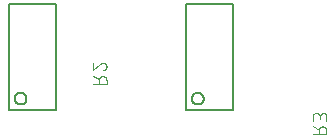
<source format=gbr>
G04 EAGLE Gerber RS-274X export*
G75*
%MOMM*%
%FSLAX34Y34*%
%LPD*%
%INSilkscreen Bottom*%
%IPPOS*%
%AMOC8*
5,1,8,0,0,1.08239X$1,22.5*%
G01*
%ADD10C,0.127000*%
%ADD11C,0.101600*%


D10*
X125000Y180000D02*
X85000Y180000D01*
X85000Y270000D01*
X125000Y270000D01*
X125000Y180000D01*
X90000Y190000D02*
X90002Y190141D01*
X90008Y190282D01*
X90018Y190422D01*
X90032Y190562D01*
X90050Y190702D01*
X90071Y190841D01*
X90097Y190980D01*
X90126Y191118D01*
X90160Y191254D01*
X90197Y191390D01*
X90238Y191525D01*
X90283Y191659D01*
X90332Y191791D01*
X90384Y191922D01*
X90440Y192051D01*
X90500Y192178D01*
X90563Y192304D01*
X90629Y192428D01*
X90700Y192551D01*
X90773Y192671D01*
X90850Y192789D01*
X90930Y192905D01*
X91014Y193018D01*
X91100Y193129D01*
X91190Y193238D01*
X91283Y193344D01*
X91378Y193447D01*
X91477Y193548D01*
X91578Y193646D01*
X91682Y193741D01*
X91789Y193833D01*
X91898Y193922D01*
X92010Y194007D01*
X92124Y194090D01*
X92240Y194170D01*
X92359Y194246D01*
X92480Y194318D01*
X92602Y194388D01*
X92727Y194453D01*
X92853Y194516D01*
X92981Y194574D01*
X93111Y194629D01*
X93242Y194681D01*
X93375Y194728D01*
X93509Y194772D01*
X93644Y194813D01*
X93780Y194849D01*
X93917Y194881D01*
X94055Y194910D01*
X94193Y194935D01*
X94333Y194955D01*
X94473Y194972D01*
X94613Y194985D01*
X94754Y194994D01*
X94894Y194999D01*
X95035Y195000D01*
X95176Y194997D01*
X95317Y194990D01*
X95457Y194979D01*
X95597Y194964D01*
X95737Y194945D01*
X95876Y194923D01*
X96014Y194896D01*
X96152Y194866D01*
X96288Y194831D01*
X96424Y194793D01*
X96558Y194751D01*
X96692Y194705D01*
X96824Y194656D01*
X96954Y194602D01*
X97083Y194545D01*
X97210Y194485D01*
X97336Y194421D01*
X97459Y194353D01*
X97581Y194282D01*
X97701Y194208D01*
X97818Y194130D01*
X97933Y194049D01*
X98046Y193965D01*
X98157Y193878D01*
X98265Y193787D01*
X98370Y193694D01*
X98473Y193597D01*
X98573Y193498D01*
X98670Y193396D01*
X98764Y193291D01*
X98855Y193184D01*
X98943Y193074D01*
X99028Y192962D01*
X99110Y192847D01*
X99189Y192730D01*
X99264Y192611D01*
X99336Y192490D01*
X99404Y192367D01*
X99469Y192242D01*
X99531Y192115D01*
X99588Y191986D01*
X99643Y191856D01*
X99693Y191725D01*
X99740Y191592D01*
X99783Y191458D01*
X99822Y191322D01*
X99857Y191186D01*
X99889Y191049D01*
X99916Y190911D01*
X99940Y190772D01*
X99960Y190632D01*
X99976Y190492D01*
X99988Y190352D01*
X99996Y190211D01*
X100000Y190070D01*
X100000Y189930D01*
X99996Y189789D01*
X99988Y189648D01*
X99976Y189508D01*
X99960Y189368D01*
X99940Y189228D01*
X99916Y189089D01*
X99889Y188951D01*
X99857Y188814D01*
X99822Y188678D01*
X99783Y188542D01*
X99740Y188408D01*
X99693Y188275D01*
X99643Y188144D01*
X99588Y188014D01*
X99531Y187885D01*
X99469Y187758D01*
X99404Y187633D01*
X99336Y187510D01*
X99264Y187389D01*
X99189Y187270D01*
X99110Y187153D01*
X99028Y187038D01*
X98943Y186926D01*
X98855Y186816D01*
X98764Y186709D01*
X98670Y186604D01*
X98573Y186502D01*
X98473Y186403D01*
X98370Y186306D01*
X98265Y186213D01*
X98157Y186122D01*
X98046Y186035D01*
X97933Y185951D01*
X97818Y185870D01*
X97701Y185792D01*
X97581Y185718D01*
X97459Y185647D01*
X97336Y185579D01*
X97210Y185515D01*
X97083Y185455D01*
X96954Y185398D01*
X96824Y185344D01*
X96692Y185295D01*
X96558Y185249D01*
X96424Y185207D01*
X96288Y185169D01*
X96152Y185134D01*
X96014Y185104D01*
X95876Y185077D01*
X95737Y185055D01*
X95597Y185036D01*
X95457Y185021D01*
X95317Y185010D01*
X95176Y185003D01*
X95035Y185000D01*
X94894Y185001D01*
X94754Y185006D01*
X94613Y185015D01*
X94473Y185028D01*
X94333Y185045D01*
X94193Y185065D01*
X94055Y185090D01*
X93917Y185119D01*
X93780Y185151D01*
X93644Y185187D01*
X93509Y185228D01*
X93375Y185272D01*
X93242Y185319D01*
X93111Y185371D01*
X92981Y185426D01*
X92853Y185484D01*
X92727Y185547D01*
X92602Y185612D01*
X92480Y185682D01*
X92359Y185754D01*
X92240Y185830D01*
X92124Y185910D01*
X92010Y185993D01*
X91898Y186078D01*
X91789Y186167D01*
X91682Y186259D01*
X91578Y186354D01*
X91477Y186452D01*
X91378Y186553D01*
X91283Y186656D01*
X91190Y186762D01*
X91100Y186871D01*
X91014Y186982D01*
X90930Y187095D01*
X90850Y187211D01*
X90773Y187329D01*
X90700Y187449D01*
X90629Y187572D01*
X90563Y187696D01*
X90500Y187822D01*
X90440Y187949D01*
X90384Y188078D01*
X90332Y188209D01*
X90283Y188341D01*
X90238Y188475D01*
X90197Y188610D01*
X90160Y188746D01*
X90126Y188882D01*
X90097Y189020D01*
X90071Y189159D01*
X90050Y189298D01*
X90032Y189438D01*
X90018Y189578D01*
X90008Y189718D01*
X90002Y189859D01*
X90000Y190000D01*
X235000Y180000D02*
X275000Y180000D01*
X235000Y180000D02*
X235000Y270000D01*
X275000Y270000D01*
X275000Y180000D01*
X240000Y190000D02*
X240002Y190141D01*
X240008Y190282D01*
X240018Y190422D01*
X240032Y190562D01*
X240050Y190702D01*
X240071Y190841D01*
X240097Y190980D01*
X240126Y191118D01*
X240160Y191254D01*
X240197Y191390D01*
X240238Y191525D01*
X240283Y191659D01*
X240332Y191791D01*
X240384Y191922D01*
X240440Y192051D01*
X240500Y192178D01*
X240563Y192304D01*
X240629Y192428D01*
X240700Y192551D01*
X240773Y192671D01*
X240850Y192789D01*
X240930Y192905D01*
X241014Y193018D01*
X241100Y193129D01*
X241190Y193238D01*
X241283Y193344D01*
X241378Y193447D01*
X241477Y193548D01*
X241578Y193646D01*
X241682Y193741D01*
X241789Y193833D01*
X241898Y193922D01*
X242010Y194007D01*
X242124Y194090D01*
X242240Y194170D01*
X242359Y194246D01*
X242480Y194318D01*
X242602Y194388D01*
X242727Y194453D01*
X242853Y194516D01*
X242981Y194574D01*
X243111Y194629D01*
X243242Y194681D01*
X243375Y194728D01*
X243509Y194772D01*
X243644Y194813D01*
X243780Y194849D01*
X243917Y194881D01*
X244055Y194910D01*
X244193Y194935D01*
X244333Y194955D01*
X244473Y194972D01*
X244613Y194985D01*
X244754Y194994D01*
X244894Y194999D01*
X245035Y195000D01*
X245176Y194997D01*
X245317Y194990D01*
X245457Y194979D01*
X245597Y194964D01*
X245737Y194945D01*
X245876Y194923D01*
X246014Y194896D01*
X246152Y194866D01*
X246288Y194831D01*
X246424Y194793D01*
X246558Y194751D01*
X246692Y194705D01*
X246824Y194656D01*
X246954Y194602D01*
X247083Y194545D01*
X247210Y194485D01*
X247336Y194421D01*
X247459Y194353D01*
X247581Y194282D01*
X247701Y194208D01*
X247818Y194130D01*
X247933Y194049D01*
X248046Y193965D01*
X248157Y193878D01*
X248265Y193787D01*
X248370Y193694D01*
X248473Y193597D01*
X248573Y193498D01*
X248670Y193396D01*
X248764Y193291D01*
X248855Y193184D01*
X248943Y193074D01*
X249028Y192962D01*
X249110Y192847D01*
X249189Y192730D01*
X249264Y192611D01*
X249336Y192490D01*
X249404Y192367D01*
X249469Y192242D01*
X249531Y192115D01*
X249588Y191986D01*
X249643Y191856D01*
X249693Y191725D01*
X249740Y191592D01*
X249783Y191458D01*
X249822Y191322D01*
X249857Y191186D01*
X249889Y191049D01*
X249916Y190911D01*
X249940Y190772D01*
X249960Y190632D01*
X249976Y190492D01*
X249988Y190352D01*
X249996Y190211D01*
X250000Y190070D01*
X250000Y189930D01*
X249996Y189789D01*
X249988Y189648D01*
X249976Y189508D01*
X249960Y189368D01*
X249940Y189228D01*
X249916Y189089D01*
X249889Y188951D01*
X249857Y188814D01*
X249822Y188678D01*
X249783Y188542D01*
X249740Y188408D01*
X249693Y188275D01*
X249643Y188144D01*
X249588Y188014D01*
X249531Y187885D01*
X249469Y187758D01*
X249404Y187633D01*
X249336Y187510D01*
X249264Y187389D01*
X249189Y187270D01*
X249110Y187153D01*
X249028Y187038D01*
X248943Y186926D01*
X248855Y186816D01*
X248764Y186709D01*
X248670Y186604D01*
X248573Y186502D01*
X248473Y186403D01*
X248370Y186306D01*
X248265Y186213D01*
X248157Y186122D01*
X248046Y186035D01*
X247933Y185951D01*
X247818Y185870D01*
X247701Y185792D01*
X247581Y185718D01*
X247459Y185647D01*
X247336Y185579D01*
X247210Y185515D01*
X247083Y185455D01*
X246954Y185398D01*
X246824Y185344D01*
X246692Y185295D01*
X246558Y185249D01*
X246424Y185207D01*
X246288Y185169D01*
X246152Y185134D01*
X246014Y185104D01*
X245876Y185077D01*
X245737Y185055D01*
X245597Y185036D01*
X245457Y185021D01*
X245317Y185010D01*
X245176Y185003D01*
X245035Y185000D01*
X244894Y185001D01*
X244754Y185006D01*
X244613Y185015D01*
X244473Y185028D01*
X244333Y185045D01*
X244193Y185065D01*
X244055Y185090D01*
X243917Y185119D01*
X243780Y185151D01*
X243644Y185187D01*
X243509Y185228D01*
X243375Y185272D01*
X243242Y185319D01*
X243111Y185371D01*
X242981Y185426D01*
X242853Y185484D01*
X242727Y185547D01*
X242602Y185612D01*
X242480Y185682D01*
X242359Y185754D01*
X242240Y185830D01*
X242124Y185910D01*
X242010Y185993D01*
X241898Y186078D01*
X241789Y186167D01*
X241682Y186259D01*
X241578Y186354D01*
X241477Y186452D01*
X241378Y186553D01*
X241283Y186656D01*
X241190Y186762D01*
X241100Y186871D01*
X241014Y186982D01*
X240930Y187095D01*
X240850Y187211D01*
X240773Y187329D01*
X240700Y187449D01*
X240629Y187572D01*
X240563Y187696D01*
X240500Y187822D01*
X240440Y187949D01*
X240384Y188078D01*
X240332Y188209D01*
X240283Y188341D01*
X240238Y188475D01*
X240197Y188610D01*
X240160Y188746D01*
X240126Y188882D01*
X240097Y189020D01*
X240071Y189159D01*
X240050Y189298D01*
X240032Y189438D01*
X240018Y189578D01*
X240008Y189718D01*
X240002Y189859D01*
X240000Y190000D01*
D11*
X167792Y202345D02*
X156108Y202345D01*
X167792Y202345D02*
X167792Y205590D01*
X167790Y205703D01*
X167784Y205816D01*
X167774Y205929D01*
X167760Y206042D01*
X167743Y206154D01*
X167721Y206265D01*
X167696Y206375D01*
X167666Y206485D01*
X167633Y206593D01*
X167596Y206700D01*
X167556Y206806D01*
X167511Y206910D01*
X167463Y207013D01*
X167412Y207114D01*
X167357Y207213D01*
X167299Y207310D01*
X167237Y207405D01*
X167172Y207498D01*
X167104Y207588D01*
X167033Y207676D01*
X166958Y207762D01*
X166881Y207845D01*
X166801Y207925D01*
X166718Y208002D01*
X166632Y208077D01*
X166544Y208148D01*
X166454Y208216D01*
X166361Y208281D01*
X166266Y208343D01*
X166169Y208401D01*
X166070Y208456D01*
X165969Y208507D01*
X165866Y208555D01*
X165762Y208600D01*
X165656Y208640D01*
X165549Y208677D01*
X165441Y208710D01*
X165331Y208740D01*
X165221Y208765D01*
X165110Y208787D01*
X164998Y208804D01*
X164885Y208818D01*
X164772Y208828D01*
X164659Y208834D01*
X164546Y208836D01*
X164433Y208834D01*
X164320Y208828D01*
X164207Y208818D01*
X164094Y208804D01*
X163982Y208787D01*
X163871Y208765D01*
X163761Y208740D01*
X163651Y208710D01*
X163543Y208677D01*
X163436Y208640D01*
X163330Y208600D01*
X163226Y208555D01*
X163123Y208507D01*
X163022Y208456D01*
X162923Y208401D01*
X162826Y208343D01*
X162731Y208281D01*
X162638Y208216D01*
X162548Y208148D01*
X162460Y208077D01*
X162374Y208002D01*
X162291Y207925D01*
X162211Y207845D01*
X162134Y207762D01*
X162059Y207676D01*
X161988Y207588D01*
X161920Y207498D01*
X161855Y207405D01*
X161793Y207310D01*
X161735Y207213D01*
X161680Y207114D01*
X161629Y207013D01*
X161581Y206910D01*
X161536Y206806D01*
X161496Y206700D01*
X161459Y206593D01*
X161426Y206485D01*
X161396Y206375D01*
X161371Y206265D01*
X161349Y206154D01*
X161332Y206042D01*
X161318Y205929D01*
X161308Y205816D01*
X161302Y205703D01*
X161300Y205590D01*
X161301Y205590D02*
X161301Y202345D01*
X161301Y206239D02*
X156108Y208836D01*
X164871Y220192D02*
X164978Y220190D01*
X165084Y220184D01*
X165190Y220174D01*
X165296Y220161D01*
X165402Y220143D01*
X165506Y220122D01*
X165610Y220097D01*
X165713Y220068D01*
X165814Y220036D01*
X165914Y219999D01*
X166013Y219959D01*
X166111Y219916D01*
X166207Y219869D01*
X166301Y219818D01*
X166393Y219764D01*
X166483Y219707D01*
X166571Y219647D01*
X166656Y219583D01*
X166739Y219516D01*
X166820Y219446D01*
X166898Y219374D01*
X166974Y219298D01*
X167046Y219220D01*
X167116Y219139D01*
X167183Y219056D01*
X167247Y218971D01*
X167307Y218883D01*
X167364Y218793D01*
X167418Y218701D01*
X167469Y218607D01*
X167516Y218511D01*
X167559Y218413D01*
X167599Y218314D01*
X167636Y218214D01*
X167668Y218113D01*
X167697Y218010D01*
X167722Y217906D01*
X167743Y217802D01*
X167761Y217696D01*
X167774Y217590D01*
X167784Y217484D01*
X167790Y217378D01*
X167792Y217271D01*
X167790Y217150D01*
X167784Y217029D01*
X167774Y216909D01*
X167761Y216788D01*
X167743Y216669D01*
X167722Y216549D01*
X167697Y216431D01*
X167668Y216314D01*
X167635Y216197D01*
X167599Y216082D01*
X167558Y215968D01*
X167515Y215855D01*
X167467Y215743D01*
X167416Y215634D01*
X167361Y215526D01*
X167303Y215419D01*
X167242Y215315D01*
X167177Y215213D01*
X167109Y215113D01*
X167038Y215015D01*
X166964Y214919D01*
X166887Y214826D01*
X166806Y214736D01*
X166723Y214648D01*
X166637Y214563D01*
X166548Y214480D01*
X166457Y214401D01*
X166363Y214324D01*
X166267Y214251D01*
X166169Y214181D01*
X166068Y214114D01*
X165965Y214050D01*
X165860Y213990D01*
X165753Y213933D01*
X165645Y213879D01*
X165535Y213829D01*
X165423Y213783D01*
X165310Y213740D01*
X165195Y213701D01*
X162599Y219219D02*
X162676Y219298D01*
X162757Y219374D01*
X162840Y219447D01*
X162925Y219517D01*
X163013Y219584D01*
X163103Y219648D01*
X163195Y219708D01*
X163290Y219765D01*
X163386Y219819D01*
X163484Y219870D01*
X163584Y219917D01*
X163686Y219961D01*
X163789Y220001D01*
X163893Y220037D01*
X163999Y220069D01*
X164105Y220098D01*
X164213Y220123D01*
X164321Y220145D01*
X164431Y220162D01*
X164540Y220176D01*
X164650Y220185D01*
X164761Y220191D01*
X164871Y220193D01*
X162599Y219218D02*
X156108Y213701D01*
X156108Y220192D01*
X342208Y159808D02*
X353892Y159808D01*
X353892Y163054D01*
X353890Y163167D01*
X353884Y163280D01*
X353874Y163393D01*
X353860Y163506D01*
X353843Y163618D01*
X353821Y163729D01*
X353796Y163839D01*
X353766Y163949D01*
X353733Y164057D01*
X353696Y164164D01*
X353656Y164270D01*
X353611Y164374D01*
X353563Y164477D01*
X353512Y164578D01*
X353457Y164677D01*
X353399Y164774D01*
X353337Y164869D01*
X353272Y164962D01*
X353204Y165052D01*
X353133Y165140D01*
X353058Y165226D01*
X352981Y165309D01*
X352901Y165389D01*
X352818Y165466D01*
X352732Y165541D01*
X352644Y165612D01*
X352554Y165680D01*
X352461Y165745D01*
X352366Y165807D01*
X352269Y165865D01*
X352170Y165920D01*
X352069Y165971D01*
X351966Y166019D01*
X351862Y166064D01*
X351756Y166104D01*
X351649Y166141D01*
X351541Y166174D01*
X351431Y166204D01*
X351321Y166229D01*
X351210Y166251D01*
X351098Y166268D01*
X350985Y166282D01*
X350872Y166292D01*
X350759Y166298D01*
X350646Y166300D01*
X350533Y166298D01*
X350420Y166292D01*
X350307Y166282D01*
X350194Y166268D01*
X350082Y166251D01*
X349971Y166229D01*
X349861Y166204D01*
X349751Y166174D01*
X349643Y166141D01*
X349536Y166104D01*
X349430Y166064D01*
X349326Y166019D01*
X349223Y165971D01*
X349122Y165920D01*
X349023Y165865D01*
X348926Y165807D01*
X348831Y165745D01*
X348738Y165680D01*
X348648Y165612D01*
X348560Y165541D01*
X348474Y165466D01*
X348391Y165389D01*
X348311Y165309D01*
X348234Y165226D01*
X348159Y165140D01*
X348088Y165052D01*
X348020Y164962D01*
X347955Y164869D01*
X347893Y164774D01*
X347835Y164677D01*
X347780Y164578D01*
X347729Y164477D01*
X347681Y164374D01*
X347636Y164270D01*
X347596Y164164D01*
X347559Y164057D01*
X347526Y163949D01*
X347496Y163839D01*
X347471Y163729D01*
X347449Y163618D01*
X347432Y163506D01*
X347418Y163393D01*
X347408Y163280D01*
X347402Y163167D01*
X347400Y163054D01*
X347401Y163054D02*
X347401Y159808D01*
X347401Y163703D02*
X342208Y166299D01*
X342208Y171164D02*
X342208Y174410D01*
X342210Y174523D01*
X342216Y174636D01*
X342226Y174749D01*
X342240Y174862D01*
X342257Y174974D01*
X342279Y175085D01*
X342304Y175195D01*
X342334Y175305D01*
X342367Y175413D01*
X342404Y175520D01*
X342444Y175626D01*
X342489Y175730D01*
X342537Y175833D01*
X342588Y175934D01*
X342643Y176033D01*
X342701Y176130D01*
X342763Y176225D01*
X342828Y176318D01*
X342896Y176408D01*
X342967Y176496D01*
X343042Y176582D01*
X343119Y176665D01*
X343199Y176745D01*
X343282Y176822D01*
X343368Y176897D01*
X343456Y176968D01*
X343546Y177036D01*
X343639Y177101D01*
X343734Y177163D01*
X343831Y177221D01*
X343930Y177276D01*
X344031Y177327D01*
X344134Y177375D01*
X344238Y177420D01*
X344344Y177460D01*
X344451Y177497D01*
X344559Y177530D01*
X344669Y177560D01*
X344779Y177585D01*
X344890Y177607D01*
X345002Y177624D01*
X345115Y177638D01*
X345228Y177648D01*
X345341Y177654D01*
X345454Y177656D01*
X345567Y177654D01*
X345680Y177648D01*
X345793Y177638D01*
X345906Y177624D01*
X346018Y177607D01*
X346129Y177585D01*
X346239Y177560D01*
X346349Y177530D01*
X346457Y177497D01*
X346564Y177460D01*
X346670Y177420D01*
X346774Y177375D01*
X346877Y177327D01*
X346978Y177276D01*
X347077Y177221D01*
X347174Y177163D01*
X347269Y177101D01*
X347362Y177036D01*
X347452Y176968D01*
X347540Y176897D01*
X347626Y176822D01*
X347709Y176745D01*
X347789Y176665D01*
X347866Y176582D01*
X347941Y176496D01*
X348012Y176408D01*
X348080Y176318D01*
X348145Y176225D01*
X348207Y176130D01*
X348265Y176033D01*
X348320Y175934D01*
X348371Y175833D01*
X348419Y175730D01*
X348464Y175626D01*
X348504Y175520D01*
X348541Y175413D01*
X348574Y175305D01*
X348604Y175195D01*
X348629Y175085D01*
X348651Y174974D01*
X348668Y174862D01*
X348682Y174749D01*
X348692Y174636D01*
X348698Y174523D01*
X348700Y174410D01*
X353892Y175059D02*
X353892Y171164D01*
X353892Y175059D02*
X353890Y175160D01*
X353884Y175260D01*
X353874Y175360D01*
X353861Y175460D01*
X353843Y175559D01*
X353822Y175658D01*
X353797Y175755D01*
X353768Y175852D01*
X353735Y175947D01*
X353699Y176041D01*
X353659Y176133D01*
X353616Y176224D01*
X353569Y176313D01*
X353519Y176400D01*
X353465Y176486D01*
X353408Y176569D01*
X353348Y176649D01*
X353285Y176728D01*
X353218Y176804D01*
X353149Y176877D01*
X353077Y176947D01*
X353003Y177015D01*
X352926Y177080D01*
X352846Y177141D01*
X352764Y177200D01*
X352680Y177255D01*
X352594Y177307D01*
X352506Y177356D01*
X352416Y177401D01*
X352324Y177443D01*
X352231Y177481D01*
X352136Y177515D01*
X352041Y177546D01*
X351944Y177573D01*
X351846Y177596D01*
X351747Y177616D01*
X351647Y177631D01*
X351547Y177643D01*
X351447Y177651D01*
X351346Y177655D01*
X351246Y177655D01*
X351145Y177651D01*
X351045Y177643D01*
X350945Y177631D01*
X350845Y177616D01*
X350746Y177596D01*
X350648Y177573D01*
X350551Y177546D01*
X350456Y177515D01*
X350361Y177481D01*
X350268Y177443D01*
X350176Y177401D01*
X350086Y177356D01*
X349998Y177307D01*
X349912Y177255D01*
X349828Y177200D01*
X349746Y177141D01*
X349666Y177080D01*
X349589Y177015D01*
X349515Y176947D01*
X349443Y176877D01*
X349374Y176804D01*
X349307Y176728D01*
X349244Y176649D01*
X349184Y176569D01*
X349127Y176486D01*
X349073Y176400D01*
X349023Y176313D01*
X348976Y176224D01*
X348933Y176133D01*
X348893Y176041D01*
X348857Y175947D01*
X348824Y175852D01*
X348795Y175755D01*
X348770Y175658D01*
X348749Y175559D01*
X348731Y175460D01*
X348718Y175360D01*
X348708Y175260D01*
X348702Y175160D01*
X348700Y175059D01*
X348699Y175059D02*
X348699Y172463D01*
M02*

</source>
